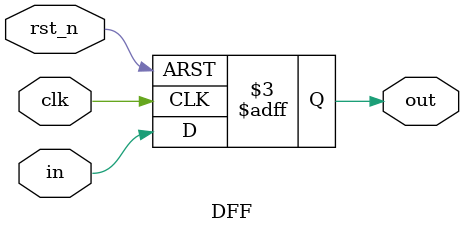
<source format=v>
module Cost(clk, rst_n, Start, Data, Addr, Result, Finish, En);

	parameter memWidth = 10;
	parameter dataWidth = 32;

	input clk, rst_n, Start;
	input [dataWidth-1:0]Data;

	output reg [dataWidth-1:0]Result;
	output reg [memWidth-1:0]Addr;
	output reg Finish, En;

	// d flip-flop
	reg  [dataWidth-1:0] nextRomX, nextSum, nextAmt;
	wire [dataWidth-1:0] romX, sum, prevResult, amt;	// wire
	wire [memWidth-1:0]  prevAddr;	// wire
	wire [2:0] state;	// wire
	reg  [2:0] nextState;
	DFF #(3) 		status(clk, rst_n, nextState, 		 state);
	DFF #(dataWidth)    r0(clk, rst_n,  nextRomX, 		  romX);
	DFF #(dataWidth)   Acc(clk, rst_n,    Result,	prevResult);
	DFF #(memWidth) memRAM(clk, rst_n,		Addr, 	  prevAddr);
	DFF #(dataWidth)  temp(clk, rst_n,   nextSum, 		   sum);
	DFF #(dataWidth)  left(clk, rst_n,   nextAmt, 		   amt);

	// states
	parameter IDLE = 3'b000;
	parameter X_0  = 3'b001;
	parameter SUB  = 3'b010;
	parameter SQR  = 3'b011;
	parameter ADD  = 3'b100;
	parameter SHFT = 3'b101;

	// ALU
	wire [dataWidth-1:0] Y;
	reg  [dataWidth-1:0] A, B;
	reg  [3:0] FS;
	wire Cin, N, C, V, Z;
	always@(*)begin
		case(state)
			SUB:begin
				A  = romX ;
				B  = Data ;
				FS = 4'b0110 ;
				end
			SQR:begin
				A  = sum ;
				B  = sum ;
				FS = 4'b1000 ;
				end
			ADD:begin
				A  = sum ;
				B  = prevResult ;
				FS = 4'b0100 ;
				end
			//SHFT:
			default:begin
				A  = prevResult;
				FS = 4'b0011;
				end
		endcase
	end
	ALU AddMul(A, B, Cin, FS, Y, N, C, V, Z);

	// finite state machine
	always@(posedge clk)begin
		case(state)
			IDLE:begin
				En = 1;
				Finish = 0;
				Result = 0;
				nextSum = 0;
				nextRomX = 0;
				if (Start)begin
					nextAmt = Data;
					Addr = 0;
					nextState = X_0;
				end else begin
					nextAmt = 0;
					Addr = 10'd1023;
					nextState = IDLE;
					end
				end
			X_0:begin
				En = 1;
				Finish = 0;
				nextSum = sum;
				Result = prevResult;
				nextRomX = Data;
				Addr = prevAddr + 1;	// ask for next Y
				nextAmt = amt - 1;
				nextState = SUB;
				end
			SUB:begin
				En = 1;
				Finish = 0;
				nextAmt = amt;
				Addr = prevAddr;
				Result = prevResult;
				nextRomX = romX;
				nextSum = Y;	// ALU
				nextState = SQR;
				end
			SQR:begin
				En = 1;
				nextRomX = Data;
				nextAmt = amt - 1;	// ask for next X
				Addr = prevAddr + 1 ;
				nextSum = Y;
				nextState = ADD;
				end
			ADD:begin
				En = 1;
				Finish = 0;
				nextSum = sum;
				if (amt == 0)begin
					nextRomX = romX;
					Addr = prevAddr;
					nextAmt = amt;
					nextState = SHFT;
				end else begin
					nextRomX = Data;
					Addr = prevAddr + 1 ;
					nextAmt = amt - 1;
					nextState = SUB;
				end
				Result = Y;
				end
			SHFT:begin
				En = 0;
				Finish = 1;
				nextState = 3'b111;
				nextAmt = amt;
				Addr = prevAddr;
				nextSum = sum;
				nextRomX = romX;
				Result = Y;
				end
		endcase
	end
	
endmodule

module DFF(clk, rst_n, in, out);
	parameter n = 1;
	input clk, rst_n;
	input [n-1:0] in ;
	output reg [n-1:0] out ;
	
	always @(negedge clk or negedge rst_n)begin
		if (!rst_n) out = 0 ;
		else		out = in;
	end
endmodule
</source>
